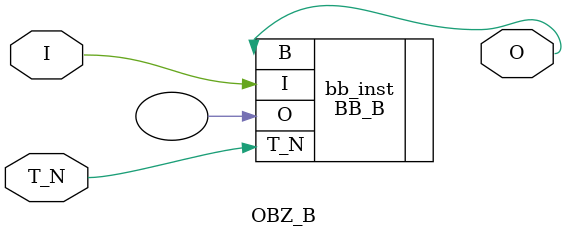
<source format=v>
`timescale 1ns/1ns
module OBZ_B(I, T_N, O); // synthesis syn_black_box black_box_pad_pin="O"
    (* \desc = "Data from fabric" *)
    input I;
    (* \desc = "Tri-state control, active low meaning T = 0 --> O = Z" *)
    input T_N;
    (* \desc = "Data to pad" *)
    output O;
	
	wire vcc;
    VHI vhi_inst(.Z(vcc));

    BB_B bb_inst(.B(O), .T_N(T_N), .I(I), .O());
endmodule

</source>
